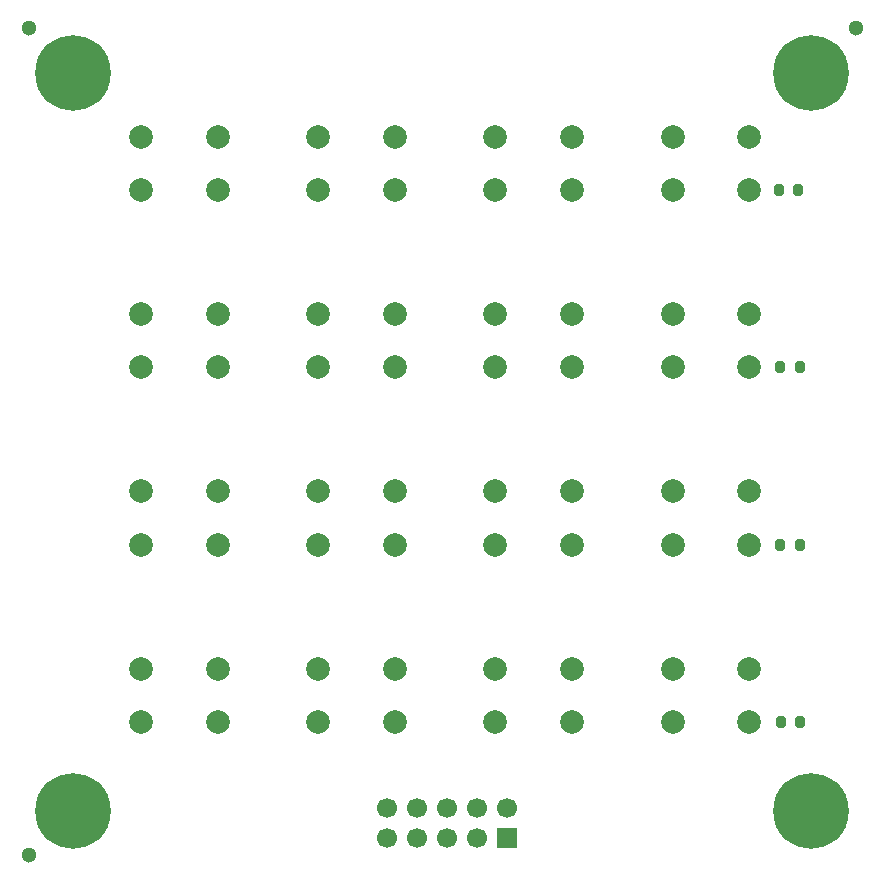
<source format=gbr>
%TF.GenerationSoftware,KiCad,Pcbnew,9.0.5*%
%TF.CreationDate,2025-12-24T11:27:01+01:00*%
%TF.ProjectId,lab0,6c616230-2e6b-4696-9361-645f70636258,rev?*%
%TF.SameCoordinates,Original*%
%TF.FileFunction,Soldermask,Top*%
%TF.FilePolarity,Negative*%
%FSLAX46Y46*%
G04 Gerber Fmt 4.6, Leading zero omitted, Abs format (unit mm)*
G04 Created by KiCad (PCBNEW 9.0.5) date 2025-12-24 11:27:01*
%MOMM*%
%LPD*%
G01*
G04 APERTURE LIST*
G04 Aperture macros list*
%AMRoundRect*
0 Rectangle with rounded corners*
0 $1 Rounding radius*
0 $2 $3 $4 $5 $6 $7 $8 $9 X,Y pos of 4 corners*
0 Add a 4 corners polygon primitive as box body*
4,1,4,$2,$3,$4,$5,$6,$7,$8,$9,$2,$3,0*
0 Add four circle primitives for the rounded corners*
1,1,$1+$1,$2,$3*
1,1,$1+$1,$4,$5*
1,1,$1+$1,$6,$7*
1,1,$1+$1,$8,$9*
0 Add four rect primitives between the rounded corners*
20,1,$1+$1,$2,$3,$4,$5,0*
20,1,$1+$1,$4,$5,$6,$7,0*
20,1,$1+$1,$6,$7,$8,$9,0*
20,1,$1+$1,$8,$9,$2,$3,0*%
G04 Aperture macros list end*
%ADD10C,2.000000*%
%ADD11C,1.300000*%
%ADD12RoundRect,0.200000X0.200000X0.275000X-0.200000X0.275000X-0.200000X-0.275000X0.200000X-0.275000X0*%
%ADD13C,1.700000*%
%ADD14R,1.700000X1.700000*%
%ADD15C,0.800000*%
%ADD16C,6.400000*%
G04 APERTURE END LIST*
D10*
%TO.C,SW1*%
X43510000Y-41190000D03*
X37010000Y-41190000D03*
X43510000Y-36690000D03*
X37010000Y-36690000D03*
%TD*%
%TO.C,SW2*%
X58510000Y-41190000D03*
X52010000Y-41190000D03*
X58510000Y-36690000D03*
X52010000Y-36690000D03*
%TD*%
%TO.C,SW3*%
X73510000Y-41190000D03*
X67010000Y-41190000D03*
X73510000Y-36690000D03*
X67010000Y-36690000D03*
%TD*%
%TO.C,SW4*%
X88510000Y-41190000D03*
X82010000Y-41190000D03*
X88510000Y-36690000D03*
X82010000Y-36690000D03*
%TD*%
%TO.C,SW5*%
X43510000Y-56190000D03*
X37010000Y-56190000D03*
X43510000Y-51690000D03*
X37010000Y-51690000D03*
%TD*%
%TO.C,SW6*%
X58510000Y-56190000D03*
X52010000Y-56190000D03*
X58510000Y-51690000D03*
X52010000Y-51690000D03*
%TD*%
%TO.C,SW7*%
X73510000Y-56190000D03*
X67010000Y-56190000D03*
X73510000Y-51690000D03*
X67010000Y-51690000D03*
%TD*%
%TO.C,SW8*%
X88510000Y-56190000D03*
X82010000Y-56190000D03*
X88510000Y-51690000D03*
X82010000Y-51690000D03*
%TD*%
%TO.C,SW9*%
X43510000Y-71190000D03*
X37010000Y-71190000D03*
X43510000Y-66690000D03*
X37010000Y-66690000D03*
%TD*%
%TO.C,SW10*%
X58510000Y-71190000D03*
X52010000Y-71190000D03*
X58510000Y-66690000D03*
X52010000Y-66690000D03*
%TD*%
%TO.C,SW11*%
X73510000Y-71190000D03*
X67010000Y-71190000D03*
X73510000Y-66690000D03*
X67010000Y-66690000D03*
%TD*%
%TO.C,SW12*%
X88510000Y-71190000D03*
X82010000Y-71190000D03*
X88510000Y-66690000D03*
X82010000Y-66690000D03*
%TD*%
%TO.C,SW13*%
X43510000Y-86190000D03*
X37010000Y-86190000D03*
X43510000Y-81690000D03*
X37010000Y-81690000D03*
%TD*%
%TO.C,SW14*%
X58510000Y-86190000D03*
X52010000Y-86190000D03*
X58510000Y-81690000D03*
X52010000Y-81690000D03*
%TD*%
%TO.C,SW15*%
X73510000Y-86190000D03*
X67010000Y-86190000D03*
X73510000Y-81690000D03*
X67010000Y-81690000D03*
%TD*%
%TO.C,SW16*%
X88510000Y-86190000D03*
X82010000Y-86190000D03*
X88510000Y-81690000D03*
X82010000Y-81690000D03*
%TD*%
D11*
%TO.C,H7*%
X27500000Y-97500000D03*
%TD*%
%TO.C,H6*%
X97500000Y-27500000D03*
%TD*%
%TO.C,H5*%
X27500000Y-27500000D03*
%TD*%
D12*
%TO.C,R4*%
X92800000Y-86200000D03*
X91150000Y-86200000D03*
%TD*%
%TO.C,R3*%
X92770000Y-71210000D03*
X91120000Y-71210000D03*
%TD*%
%TO.C,R2*%
X92790000Y-56190000D03*
X91140000Y-56190000D03*
%TD*%
%TO.C,R1*%
X92660000Y-41200000D03*
X91010000Y-41200000D03*
%TD*%
D13*
%TO.C,J1*%
X62920000Y-96000000D03*
D14*
X68000000Y-96000000D03*
D13*
X68000000Y-93460000D03*
X65460000Y-96000000D03*
X65460000Y-93460000D03*
X62920000Y-93460000D03*
X60380000Y-96000000D03*
X60380000Y-93460000D03*
X57840000Y-96000000D03*
X57840000Y-93460000D03*
%TD*%
D15*
%TO.C,H1*%
X28850000Y-31250000D03*
X29552944Y-29552944D03*
X29552944Y-32947056D03*
X31250000Y-28850000D03*
D16*
X31250000Y-31250000D03*
D15*
X31250000Y-33650000D03*
X32947056Y-29552944D03*
X32947056Y-32947056D03*
X33650000Y-31250000D03*
%TD*%
%TO.C,H4*%
X91350000Y-93750000D03*
X92052944Y-92052944D03*
X92052944Y-95447056D03*
X93750000Y-91350000D03*
D16*
X93750000Y-93750000D03*
D15*
X93750000Y-96150000D03*
X95447056Y-92052944D03*
X95447056Y-95447056D03*
X96150000Y-93750000D03*
%TD*%
%TO.C,H3*%
X28850000Y-93750000D03*
X29552944Y-92052944D03*
X29552944Y-95447056D03*
X31250000Y-91350000D03*
D16*
X31250000Y-93750000D03*
D15*
X31250000Y-96150000D03*
X32947056Y-92052944D03*
X32947056Y-95447056D03*
X33650000Y-93750000D03*
%TD*%
%TO.C,H2*%
X91350000Y-31250000D03*
X92052944Y-29552944D03*
X92052944Y-32947056D03*
X93750000Y-28850000D03*
D16*
X93750000Y-31250000D03*
D15*
X93750000Y-33650000D03*
X95447056Y-29552944D03*
X95447056Y-32947056D03*
X96150000Y-31250000D03*
%TD*%
M02*

</source>
